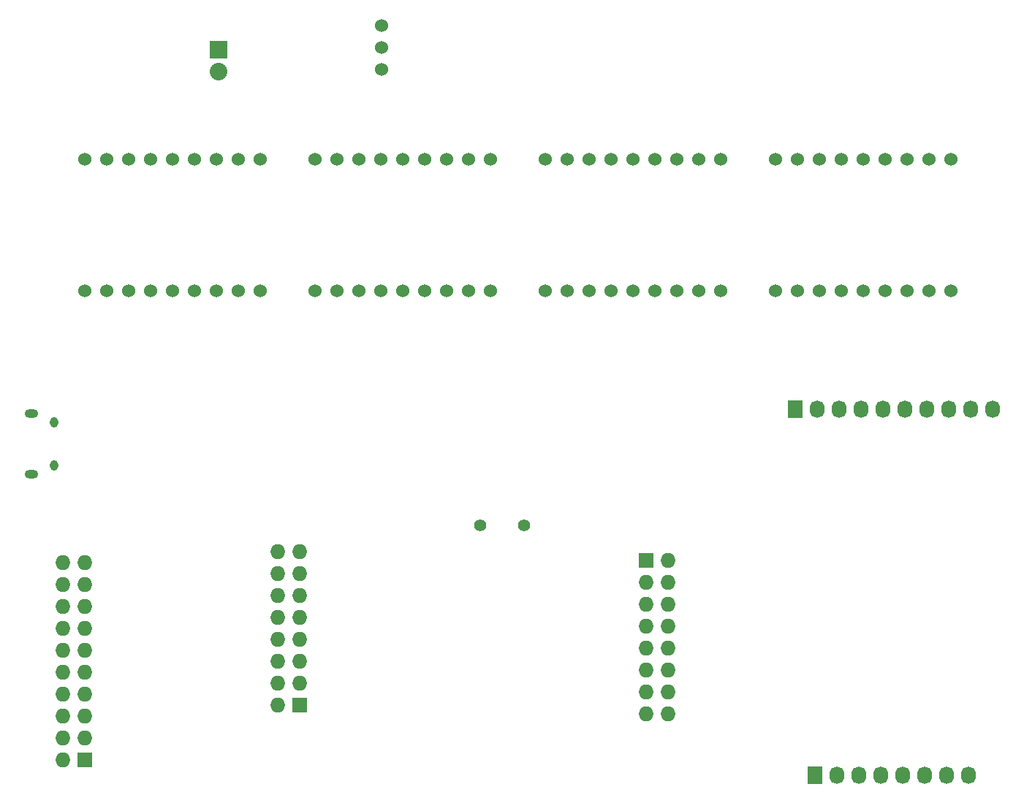
<source format=gbs>
G04 #@! TF.FileFunction,Soldermask,Bot*
%FSLAX46Y46*%
G04 Gerber Fmt 4.6, Leading zero omitted, Abs format (unit mm)*
G04 Created by KiCad (PCBNEW 4.0.2+dfsg1-2~bpo8+1-stable) date Tue 05 Jul 2016 08:57:00 AM CDT*
%MOMM*%
G01*
G04 APERTURE LIST*
%ADD10C,0.100000*%
%ADD11R,1.727200X1.727200*%
%ADD12O,1.727200X1.727200*%
%ADD13O,0.950000X1.250000*%
%ADD14O,1.550000X1.000000*%
%ADD15C,1.524000*%
%ADD16R,2.032000X2.032000*%
%ADD17O,2.032000X2.032000*%
%ADD18C,1.422400*%
%ADD19R,1.727200X2.032000*%
%ADD20O,1.727200X2.032000*%
G04 APERTURE END LIST*
D10*
D11*
X24130000Y-111506000D03*
D12*
X21590000Y-111506000D03*
X24130000Y-108966000D03*
X21590000Y-108966000D03*
X24130000Y-106426000D03*
X21590000Y-106426000D03*
X24130000Y-103886000D03*
X21590000Y-103886000D03*
X24130000Y-101346000D03*
X21590000Y-101346000D03*
X24130000Y-98806000D03*
X21590000Y-98806000D03*
X24130000Y-96266000D03*
X21590000Y-96266000D03*
X24130000Y-93726000D03*
X21590000Y-93726000D03*
X24130000Y-91186000D03*
X21590000Y-91186000D03*
X24130000Y-88646000D03*
X21590000Y-88646000D03*
D13*
X20612540Y-72429100D03*
X20612540Y-77429100D03*
D14*
X17912540Y-71429100D03*
X17912540Y-78429100D03*
D15*
X26670000Y-57150000D03*
X29210000Y-57150000D03*
X31750000Y-57150000D03*
X34290000Y-57150000D03*
X36830000Y-57150000D03*
X39370000Y-57150000D03*
X41910000Y-57150000D03*
X24130000Y-57150000D03*
X44450000Y-57150000D03*
X24130000Y-41910000D03*
X26670000Y-41910000D03*
X29210000Y-41910000D03*
X31750000Y-41910000D03*
X34290000Y-41910000D03*
X36830000Y-41910000D03*
X39370000Y-41910000D03*
X41910000Y-41910000D03*
X44450000Y-41910000D03*
X53340000Y-57150000D03*
X55880000Y-57150000D03*
X58420000Y-57150000D03*
X60960000Y-57150000D03*
X63500000Y-57150000D03*
X66040000Y-57150000D03*
X68580000Y-57150000D03*
X50800000Y-57150000D03*
X71120000Y-57150000D03*
X50800000Y-41910000D03*
X53340000Y-41910000D03*
X55880000Y-41910000D03*
X58420000Y-41910000D03*
X60960000Y-41910000D03*
X63500000Y-41910000D03*
X66040000Y-41910000D03*
X68580000Y-41910000D03*
X71120000Y-41910000D03*
X80010000Y-57150000D03*
X82550000Y-57150000D03*
X85090000Y-57150000D03*
X87630000Y-57150000D03*
X90170000Y-57150000D03*
X92710000Y-57150000D03*
X95250000Y-57150000D03*
X77470000Y-57150000D03*
X97790000Y-57150000D03*
X77470000Y-41910000D03*
X80010000Y-41910000D03*
X82550000Y-41910000D03*
X85090000Y-41910000D03*
X87630000Y-41910000D03*
X90170000Y-41910000D03*
X92710000Y-41910000D03*
X95250000Y-41910000D03*
X97790000Y-41910000D03*
X106680000Y-57150000D03*
X109220000Y-57150000D03*
X111760000Y-57150000D03*
X114300000Y-57150000D03*
X116840000Y-57150000D03*
X119380000Y-57150000D03*
X121920000Y-57150000D03*
X104140000Y-57150000D03*
X124460000Y-57150000D03*
X104140000Y-41910000D03*
X106680000Y-41910000D03*
X109220000Y-41910000D03*
X111760000Y-41910000D03*
X114300000Y-41910000D03*
X116840000Y-41910000D03*
X119380000Y-41910000D03*
X121920000Y-41910000D03*
X124460000Y-41910000D03*
D16*
X39624000Y-29210000D03*
D17*
X39624000Y-31750000D03*
D11*
X49022000Y-105156000D03*
D12*
X46482000Y-105156000D03*
X49022000Y-102616000D03*
X46482000Y-102616000D03*
X49022000Y-100076000D03*
X46482000Y-100076000D03*
X49022000Y-97536000D03*
X46482000Y-97536000D03*
X49022000Y-94996000D03*
X46482000Y-94996000D03*
X49022000Y-92456000D03*
X46482000Y-92456000D03*
X49022000Y-89916000D03*
X46482000Y-89916000D03*
X49022000Y-87376000D03*
X46482000Y-87376000D03*
D11*
X89154000Y-88392000D03*
D12*
X91694000Y-88392000D03*
X89154000Y-90932000D03*
X91694000Y-90932000D03*
X89154000Y-93472000D03*
X91694000Y-93472000D03*
X89154000Y-96012000D03*
X91694000Y-96012000D03*
X89154000Y-98552000D03*
X91694000Y-98552000D03*
X89154000Y-101092000D03*
X91694000Y-101092000D03*
X89154000Y-103632000D03*
X91694000Y-103632000D03*
X89154000Y-106172000D03*
X91694000Y-106172000D03*
D18*
X69977000Y-84328000D03*
X75057000Y-84328000D03*
D19*
X108712000Y-113284000D03*
D20*
X111252000Y-113284000D03*
X113792000Y-113284000D03*
X116332000Y-113284000D03*
X118872000Y-113284000D03*
X121412000Y-113284000D03*
X123952000Y-113284000D03*
X126492000Y-113284000D03*
D19*
X106426000Y-70866000D03*
D20*
X108966000Y-70866000D03*
X111506000Y-70866000D03*
X114046000Y-70866000D03*
X116586000Y-70866000D03*
X119126000Y-70866000D03*
X121666000Y-70866000D03*
X124206000Y-70866000D03*
X126746000Y-70866000D03*
X129286000Y-70866000D03*
D15*
X58547000Y-31496000D03*
X58547000Y-28956000D03*
X58547000Y-26416000D03*
M02*

</source>
